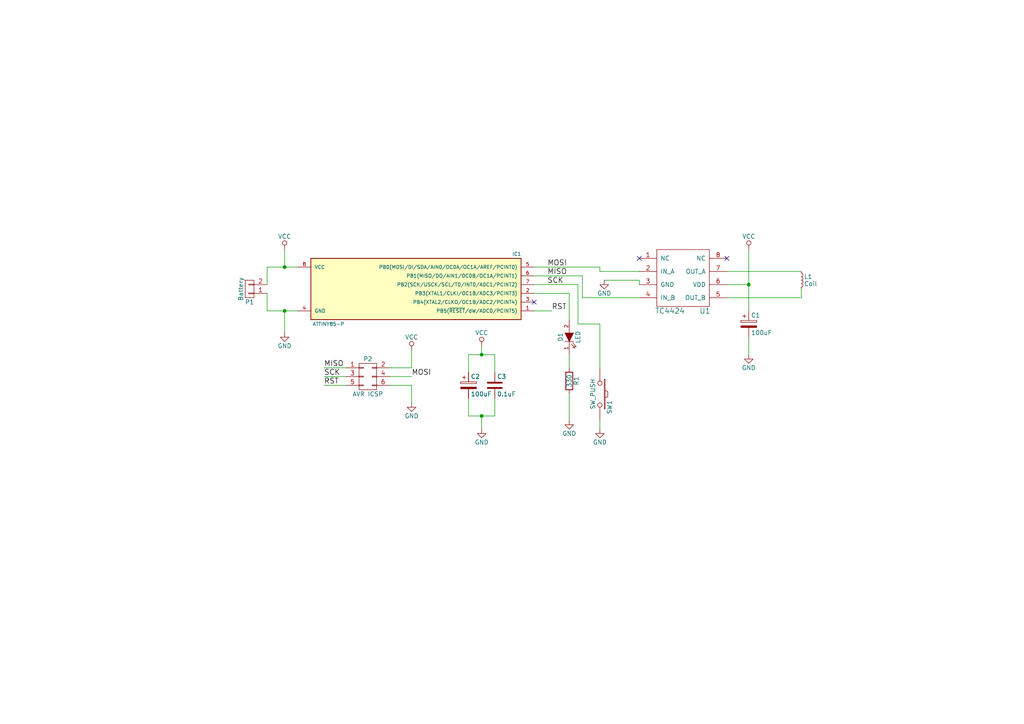
<source format=kicad_sch>
(kicad_sch (version 20230121) (generator eeschema)
  (paper "A4")
  (title_block (title "MagSpoof") (date "2016-07-09") (rev "1.1") (company "Electronic Cats") (comment 1 "Andrés Sabas"))
  (lib_symbols
    (symbol "MagSpoofTC-rescue:ATTINY85-P" (pin_names (offset 1.016))
      (property "Reference" "IC" (at -29.21 10.16 0))
      (property "Value" "ATTINY85-P" (at 25.4 -10.16 0))
      (property "Footprint" "DIP8" (at 25.4 0 0))
      (symbol "ATTINY85-P_0_1"
        (rectangle (start -30.48 8.89) (end 30.48 -8.89) (stroke (width 0.254)) (fill (type background)))
      )
      (symbol "ATTINY85-P_1_1"
        (pin bidirectional line (at -34.29 -6.35 0) (length 3.81) (name "PB5(~{RESET}/dW/ADC0/PCINT5)") (number "1"))
        (pin bidirectional line (at -34.29 -1.27 0) (length 3.81) (name "PB3(XTAL1/CLKI/OC1B/ADC3/PCINT3)") (number "2"))
        (pin bidirectional line (at -34.29 -3.81 0) (length 3.81) (name "PB4(XTAL2/CLKO/OC1B/ADC2/PCINT4)") (number "3"))
        (pin power_in line (at 34.29 -6.35 180) (length 3.81) (name "GND") (number "4"))
        (pin bidirectional line (at -34.29 6.35 0) (length 3.81) (name "PB0(MOSI/DI/SDA/AIN0/OC0A/OC1A/AREF/PCINT0)") (number "5"))
        (pin bidirectional line (at -34.29 3.81 0) (length 3.81) (name "PB1(MISO/DO/AIN1/OC0B/OC1A/PCINT1)") (number "6"))
        (pin bidirectional line (at -34.29 1.27 0) (length 3.81) (name "PB2(SCK/USCK/SCL/T0/INT0/ADC1/PCINT2)") (number "7"))
        (pin power_in line (at 34.29 6.35 180) (length 3.81) (name "VCC") (number "8"))
      )
    )
    (symbol "MagSpoofTC-rescue:C" (pin_numbers hide) (pin_names (offset 0.254))
      (property "Reference" "C" (at 0.635 2.54 0))
      (property "Value" "C" (at 0.635 -2.54 0))
      (symbol "C_0_1"
        (polyline (pts (xy -2.032 -0.762) (xy 2.032 -0.762)) (stroke (width 0.508)))
        (polyline (pts (xy -2.032 0.762) (xy 2.032 0.762)) (stroke (width 0.508)))
      )
      (symbol "C_1_1"
        (pin passive line (at 0 3.81 270) (length 2.794) (name "~") (number "1"))
        (pin passive line (at 0 -3.81 90) (length 2.794) (name "~") (number "2"))
      )
    )
    (symbol "MagSpoofTC-rescue:CONN_01X02" (pin_names (offset 1.016) hide)
      (property "Reference" "P" (at 0 3.81 0))
      (property "Value" "CONN_01X02" (at 2.54 0 90))
      (symbol "CONN_01X02_0_1"
        (rectangle (start -1.27 -1.143) (end 0.254 -1.397))
        (rectangle (start -1.27 1.397) (end 0.254 1.143))
        (rectangle (start -1.27 2.54) (end 1.27 -2.54))
      )
      (symbol "CONN_01X02_1_1"
        (pin passive line (at -5.08 1.27 0) (length 3.81) (name "P1") (number "1"))
        (pin passive line (at -5.08 -1.27 0) (length 3.81) (name "P2") (number "2"))
      )
    )
    (symbol "MagSpoofTC-rescue:CONN_02X03" (pin_names (offset 0.0254) hide)
      (property "Reference" "P" (at 0 5.08 0))
      (property "Value" "CONN_02X03" (at 0 -5.08 0))
      (symbol "CONN_02X03_0_1"
        (rectangle (start -2.54 -2.413) (end -1.27 -2.667))
        (rectangle (start -2.54 0.127) (end -1.27 -0.127))
        (rectangle (start -2.54 2.667) (end -1.27 2.413))
        (rectangle (start -2.54 3.81) (end 2.54 -3.81))
        (rectangle (start 1.27 -2.413) (end 2.54 -2.667))
        (rectangle (start 1.27 0.127) (end 2.54 -0.127))
        (rectangle (start 1.27 2.667) (end 2.54 2.413))
      )
      (symbol "CONN_02X03_1_1"
        (pin passive line (at -6.35 2.54 0) (length 3.81) (name "P1") (number "1"))
        (pin passive line (at 6.35 2.54 180) (length 3.81) (name "P2") (number "2"))
        (pin passive line (at -6.35 0 0) (length 3.81) (name "P3") (number "3"))
        (pin passive line (at 6.35 0 180) (length 3.81) (name "P4") (number "4"))
        (pin passive line (at -6.35 -2.54 0) (length 3.81) (name "P5") (number "5"))
        (pin passive line (at 6.35 -2.54 180) (length 3.81) (name "P6") (number "6"))
      )
    )
    (symbol "MagSpoofTC-rescue:CP" (pin_numbers hide) (pin_names (offset 0.254))
      (property "Reference" "C" (at 0.635 2.54 0))
      (property "Value" "CP" (at 0.635 -2.54 0))
      (symbol "CP_0_1"
        (rectangle (start -2.286 0.508) (end -2.286 1.016))
        (rectangle (start -2.286 0.508) (end 2.286 0.508))
        (polyline (pts (xy -1.778 2.286) (xy -0.762 2.286)))
        (polyline (pts (xy -1.27 2.794) (xy -1.27 1.778)))
        (rectangle (start 2.286 -0.508) (end -2.286 -1.016) (fill (type outline)))
        (rectangle (start 2.286 1.016) (end -2.286 1.016))
        (rectangle (start 2.286 1.016) (end 2.286 0.508))
      )
      (symbol "CP_1_1"
        (pin passive line (at 0 3.81 270) (length 2.794) (name "~") (number "1"))
        (pin passive line (at 0 -3.81 90) (length 2.794) (name "~") (number "2"))
      )
    )
    (symbol "MagSpoofTC-rescue:GND" (power) (pin_names (offset 0))
      (property "Value" "GND" (at 0 -3.81 0))
      (symbol "GND_0_1"
        (polyline (pts (xy 0 0) (xy 0 -1.27) (xy 1.27 -1.27) (xy 0 -2.54) (xy -1.27 -1.27) (xy 0 -1.27)))
      )
      (symbol "GND_1_1"
        (pin power_in line (at 0 0 270) (length 0) hide (name "GND") (number "1"))
      )
    )
    (symbol "MagSpoofTC-rescue:LED-RESCUE-MagSpoofTC" (pin_names (offset 1.016) hide)
      (property "Reference" "D" (at 0 2.54 0))
      (property "Value" "LED-RESCUE-MagSpoofTC" (at 0 -2.54 0))
      (symbol "LED-RESCUE-MagSpoofTC_0_1"
        (polyline (pts (xy -1.27 1.27) (xy -1.27 -1.27)))
        (polyline (pts (xy -2.032 -0.635) (xy -3.175 -1.651) (xy -3.048 -1.016)))
        (polyline (pts (xy -1.651 -1.016) (xy -2.794 -2.032) (xy -2.667 -1.397)))
        (polyline (pts (xy 1.27 1.27) (xy -1.27 0) (xy 1.27 -1.27)) (fill (type outline)))
      )
      (symbol "LED-RESCUE-MagSpoofTC_1_1"
        (pin passive line (at -5.08 0 0) (length 3.81) (name "K") (number "1"))
        (pin passive line (at 5.08 0 180) (length 3.81) (name "A") (number "2"))
      )
    )
    (symbol "MagSpoofTC-rescue:L_Small" (pin_numbers hide) (pin_names (offset 0.254) hide)
      (property "Reference" "L" (at 0.762 1.016 0))
      (property "Value" "L_Small" (at 0.762 -1.016 0))
      (symbol "L_Small_0_1"
        (arc (start 0 -2.032) (mid 0.5058 -1.524) (end 0 -1.016))
        (arc (start 0 -1.016) (mid 0.5058 -0.508) (end 0 0))
        (arc (start 0 0) (mid 0.5058 0.508) (end 0 1.016))
        (arc (start 0 1.016) (mid 0.5058 1.524) (end 0 2.032))
      )
      (symbol "L_Small_1_1"
        (pin passive line (at 0 2.54 270) (length 0.508) (name "~") (number "1"))
        (pin passive line (at 0 -2.54 90) (length 0.508) (name "~") (number "2"))
      )
    )
    (symbol "MagSpoofTC-rescue:R" (pin_numbers hide) (pin_names (offset 0))
      (property "Reference" "R" (at 2.032 0 90))
      (property "Value" "R" (at 0 0 90))
      (symbol "R_0_1"
        (rectangle (start -1.016 -2.54) (end 1.016 2.54) (stroke (width 0.254)))
      )
      (symbol "R_1_1"
        (pin passive line (at 0 3.81 270) (length 1.27) (name "~") (number "1"))
        (pin passive line (at 0 -3.81 90) (length 1.27) (name "~") (number "2"))
      )
    )
    (symbol "MagSpoofTC-rescue:SW_PUSH" (pin_numbers hide) (pin_names (offset 1.016) hide)
      (property "Reference" "SW" (at 3.81 2.794 0))
      (property "Value" "SW_PUSH" (at 0 -2.032 0))
      (symbol "SW_PUSH_0_1"
        (rectangle (start -4.318 1.27) (end 4.318 1.524))
        (polyline (pts (xy -1.016 1.524) (xy -0.762 2.286) (xy 0.762 2.286) (xy 1.016 1.524)))
        (pin passive inverted (at -7.62 0 0) (length 5.08) (name "1") (number "1"))
        (pin passive inverted (at 7.62 0 180) (length 5.08) (name "2") (number "2"))
      )
    )
    (symbol "MagSpoofTC-rescue:TC4424" (pin_names (offset 1.016))
      (property "Reference" "U" (at 6.35 -8.89 0))
      (property "Value" "TC4424" (at -3.81 -8.89 0))
      (symbol "TC4424_0_1"
        (rectangle (start -7.62 8.89) (end 7.62 -7.62))
      )
      (symbol "TC4424_1_1"
        (pin input line (at -12.7 6.35 0) (length 5.08) (name "NC") (number "1"))
        (pin input line (at -12.7 2.54 0) (length 5.08) (name "IN_A") (number "2"))
        (pin input line (at -12.7 -1.27 0) (length 5.08) (name "GND") (number "3"))
        (pin input line (at -12.7 -5.08 0) (length 5.08) (name "IN_B") (number "4"))
        (pin input line (at 12.7 -5.08 180) (length 5.08) (name "OUT_B") (number "5"))
        (pin input line (at 12.7 -1.27 180) (length 5.08) (name "VDD") (number "6"))
        (pin input line (at 12.7 2.54 180) (length 5.08) (name "OUT_A") (number "7"))
        (pin input line (at 12.7 6.35 180) (length 5.08) (name "NC") (number "8"))
      )
    )
    (symbol "MagSpoofTC-rescue:VCC" (power) (pin_names (offset 0))
      (property "Value" "VCC" (at 0 3.81 0))
      (symbol "VCC_0_1"
        (polyline (pts (xy 0 0) (xy 0 1.27)))
        (circle (center 0 1.905) (radius 0.635))
      )
      (symbol "VCC_1_1"
        (pin power_in line (at 0 0 90) (length 0) hide (name "VCC") (number "1"))
      )
    )
  )
  (junction (at 139.7 102.87))
  (junction (at 82.55 90.17))
  (junction (at 82.55 77.47))
  (junction (at 139.7 120.65))
  (junction (at 217.17 82.55))
  (no_connect (at 210.82 74.93))
  (no_connect (at 154.94 87.63))
  (no_connect (at 185.42 74.93))
  (wire (pts (xy 143.51 102.87) (xy 143.51 107.95)))
  (wire (pts (xy 232.41 86.36) (xy 232.41 83.82)))
  (wire (pts (xy 173.99 78.74) (xy 185.42 78.74)))
  (wire (pts (xy 119.38 106.68) (xy 119.38 101.6)))
  (wire (pts (xy 167.64 93.98) (xy 173.99 93.98)))
  (wire (pts (xy 168.91 86.36) (xy 185.42 86.36)))
  (wire (pts (xy 77.47 85.09) (xy 77.47 90.17)))
  (wire (pts (xy 82.55 90.17) (xy 86.36 90.17)))
  (wire (pts (xy 165.1 85.09) (xy 165.1 92.71)))
  (wire (pts (xy 77.47 77.47) (xy 82.55 77.47)))
  (wire (pts (xy 113.03 106.68) (xy 119.38 106.68)))
  (wire (pts (xy 217.17 72.39) (xy 217.17 82.55)))
  (wire (pts (xy 210.82 78.74) (xy 232.41 78.74)))
  (wire (pts (xy 77.47 90.17) (xy 82.55 90.17)))
  (wire (pts (xy 154.94 82.55) (xy 167.64 82.55)))
  (wire (pts (xy 113.03 111.76) (xy 119.38 111.76)))
  (wire (pts (xy 143.51 115.57) (xy 143.51 120.65)))
  (wire (pts (xy 100.33 111.76) (xy 93.98 111.76)))
  (wire (pts (xy 154.94 85.09) (xy 165.1 85.09)))
  (wire (pts (xy 173.99 77.47) (xy 173.99 78.74)))
  (wire (pts (xy 82.55 77.47) (xy 86.36 77.47)))
  (wire (pts (xy 154.94 77.47) (xy 173.99 77.47)))
  (wire (pts (xy 175.26 81.28) (xy 185.42 81.28)))
  (wire (pts (xy 154.94 90.17) (xy 160.02 90.17)))
  (wire (pts (xy 173.99 124.46) (xy 173.99 121.92)))
  (wire (pts (xy 139.7 102.87) (xy 139.7 100.33)))
  (wire (pts (xy 168.91 86.36) (xy 168.91 80.01)))
  (wire (pts (xy 100.33 106.68) (xy 93.98 106.68)))
  (wire (pts (xy 139.7 120.65) (xy 135.89 120.65)))
  (wire (pts (xy 113.03 109.22) (xy 119.38 109.22)))
  (wire (pts (xy 210.82 82.55) (xy 217.17 82.55)))
  (wire (pts (xy 135.89 120.65) (xy 135.89 115.57)))
  (wire (pts (xy 119.38 111.76) (xy 119.38 116.84)))
  (wire (pts (xy 168.91 80.01) (xy 154.94 80.01)))
  (wire (pts (xy 210.82 86.36) (xy 232.41 86.36)))
  (wire (pts (xy 100.33 109.22) (xy 93.98 109.22)))
  (wire (pts (xy 139.7 102.87) (xy 143.51 102.87)))
  (wire (pts (xy 185.42 81.28) (xy 185.42 82.55)))
  (wire (pts (xy 135.89 107.95) (xy 135.89 102.87)))
  (wire (pts (xy 173.99 93.98) (xy 173.99 106.68)))
  (wire (pts (xy 135.89 102.87) (xy 139.7 102.87)))
  (wire (pts (xy 217.17 97.79) (xy 217.17 102.87)))
  (wire (pts (xy 77.47 82.55) (xy 77.47 77.47)))
  (wire (pts (xy 82.55 90.17) (xy 82.55 96.52)))
  (wire (pts (xy 82.55 77.47) (xy 82.55 72.39)))
  (wire (pts (xy 167.64 82.55) (xy 167.64 93.98)))
  (wire (pts (xy 165.1 114.3) (xy 165.1 121.92)))
  (wire (pts (xy 165.1 106.68) (xy 165.1 102.87)))
  (wire (pts (xy 139.7 120.65) (xy 139.7 124.46)))
  (wire (pts (xy 143.51 120.65) (xy 139.7 120.65)))
  (wire (pts (xy 217.17 82.55) (xy 217.17 90.17)))
  (label "MOSI" (at 119.38 109.22 0) (effects (font (size 1.524 1.524))))
  (label "MISO" (at 158.75 80.01 0) (effects (font (size 1.524 1.524))))
  (label "SCK" (at 93.98 109.22 0) (effects (font (size 1.524 1.524))))
  (label "RST" (at 160.02 90.17 0) (effects (font (size 1.524 1.524))))
  (label "MISO" (at 93.98 106.68 0) (effects (font (size 1.524 1.524))))
  (label "SCK" (at 158.75 82.55 0) (effects (font (size 1.524 1.524))))
  (label "MOSI" (at 158.75 77.47 0) (effects (font (size 1.524 1.524))))
  (label "RST" (at 93.98 111.76 0) (effects (font (size 1.524 1.524))))
  (symbol (lib_id "MagSpoofTC-rescue:ATTINY85-P") (at 120.65 83.82 0) (mirror y) (unit 1)
    (property "Reference" "IC1" (at 149.86 73.66 0) (effects (font (size 1.016 1.016))))
    (property "Value" "ATTINY85-P" (at 95.25 93.98 0) (effects (font (size 1.016 1.016))))
    (property "Footprint" "Housings_DIP:DIP-8_W7.62mm_LongPads" (effects hide))
    (property "Datasheet" "http://www.farnell.com/datasheets/1744708.pdf" (effects hide))
    (property "Manufacturer" "ATMEL" (effects hide))
    (property "Temperatura" "+85/-40" (effects hide))
    (property "Alimentacion" "5v" (effects hide))
    (property "manf#" "ATtiny85-20PU" (effects hide))
  )
  (symbol (lib_id "MagSpoofTC-rescue:LED-RESCUE-MagSpoofTC") (at 165.1 97.79 90) (unit 1)
    (property "Reference" "D1" (at 162.56 97.79 0))
    (property "Value" "LED" (at 167.64 97.79 0))
    (property "Footprint" "LEDs:LED-3MM" (effects hide))
    (property "Manufacturer" "Maxim" (effects hide))
    (property "Temperatura" "+85/-40" (effects hide))
    (property "Alimentacion" "5v" (effects hide))
    (property "manf#" "WP710A10QBC/D" (effects hide))
  )
  (symbol (lib_id "MagSpoofTC-rescue:L_Small") (at 232.41 81.28 0) (unit 1)
    (property "Reference" "L1" (at 233.172 80.264 0) (effects (justify left)))
    (property "Value" "Coil" (at 233.172 82.296 0) (effects (justify left)))
    (property "Footprint" "Resistors_ThroughHole:Resistor_Horizontal_RM10mm" (effects hide))
  )
  (symbol (lib_id "MagSpoofTC-rescue:R") (at 165.1 110.49 0) (unit 1)
    (property "Reference" "R1" (at 167.132 110.49 90))
    (property "Value" "330" (at 165.1 110.49 90))
    (property "Footprint" "Resistors_ThroughHole:Resistor_Horizontal_RM7mm" (effects hide))
    (property "Temperatura" "+85/-40" (effects hide))
    (property "Alimentacion" "5v" (effects hide))
    (property "manf#" "ESR10EZPF3300" (effects hide))
  )
  (symbol (lib_id "MagSpoofTC-rescue:GND") (at 175.26 81.28 0) (unit 1)
    (property "Reference" "#PWR01" (effects hide))
    (property "Value" "GND" (at 175.26 85.09 0))
  )
  (symbol (lib_id "MagSpoofTC-rescue:CP") (at 217.17 93.98 0) (unit 1)
    (property "Reference" "C1" (at 217.805 91.44 0) (effects (justify left)))
    (property "Value" "100uF" (at 217.805 96.52 0) (effects (justify left)))
    (property "Footprint" "theinventorhouse:CP_4x5mm" (effects hide))
    (property "Datasheet" "http://www.farnell.com/datasheets/1923743.pdf" (effects hide))
    (property "Manufacturer" "Kemet" (effects hide))
    (property "Temperatura" "+85/-40" (effects hide))
    (property "Alimentacion" "6.3v" (effects hide))
    (property "manf#" "107KXM010M" (effects hide))
  )
  (symbol (lib_id "MagSpoofTC-rescue:GND") (at 217.17 102.87 0) (unit 1)
    (property "Reference" "#PWR02" (effects hide))
    (property "Value" "GND" (at 217.17 106.68 0))
  )
  (symbol (lib_id "MagSpoofTC-rescue:GND") (at 165.1 121.92 0) (unit 1)
    (property "Reference" "#PWR03" (effects hide))
    (property "Value" "GND" (at 165.1 125.73 0))
  )
  (symbol (lib_id "MagSpoofTC-rescue:GND") (at 173.99 124.46 0) (unit 1)
    (property "Reference" "#PWR04" (effects hide))
    (property "Value" "GND" (at 173.99 128.27 0))
  )
  (symbol (lib_id "MagSpoofTC-rescue:SW_PUSH") (at 173.99 114.3 270) (unit 1)
    (property "Reference" "SW1" (at 176.784 118.11 0))
    (property "Value" "SW_PUSH" (at 171.958 114.3 0))
    (property "Footprint" "open-project:SW_PUSH_SMD" (effects hide))
  )
  (symbol (lib_id "MagSpoofTC-rescue:VCC") (at 217.17 72.39 0) (unit 1)
    (property "Reference" "#PWR05" (effects hide))
    (property "Value" "VCC" (at 217.17 68.58 0))
  )
  (symbol (lib_id "MagSpoofTC-rescue:VCC") (at 82.55 72.39 0) (unit 1)
    (property "Reference" "#PWR06" (effects hide))
    (property "Value" "VCC" (at 82.55 68.58 0))
  )
  (symbol (lib_id "MagSpoofTC-rescue:GND") (at 82.55 96.52 0) (unit 1)
    (property "Reference" "#PWR07" (effects hide))
    (property "Value" "GND" (at 82.55 100.33 0))
  )
  (symbol (lib_id "MagSpoofTC-rescue:CONN_02X03") (at 106.68 109.22 0) (unit 1)
    (property "Reference" "P2" (at 106.68 104.14 0))
    (property "Value" "AVR ICSP" (at 106.68 114.3 0))
    (property "Footprint" "Pin_Headers:Pin_Header_Straight_2x03" (effects hide))
    (property "Manufacturer" "Maxim" (effects hide))
    (property "Temperatura" "+85/-40" (effects hide))
    (property "Alimentacion" "5v" (effects hide))
  )
  (symbol (lib_id "MagSpoofTC-rescue:GND") (at 119.38 116.84 0) (unit 1)
    (property "Reference" "#PWR08" (effects hide))
    (property "Value" "GND" (at 119.38 120.65 0))
  )
  (symbol (lib_id "MagSpoofTC-rescue:VCC") (at 119.38 101.6 0) (unit 1)
    (property "Reference" "#PWR09" (effects hide))
    (property "Value" "VCC" (at 119.38 97.79 0))
  )
  (symbol (lib_id "MagSpoofTC-rescue:CONN_01X02") (at 72.39 83.82 180) (unit 1)
    (property "Reference" "P1" (at 72.39 87.63 0))
    (property "Value" "Battery" (at 69.85 83.82 90))
    (property "Footprint" "Pin_Headers:Pin_Header_Straight_1x02" (effects hide))
  )
  (symbol (lib_id "MagSpoofTC-rescue:C") (at 143.51 111.76 0) (unit 1)
    (property "Reference" "C3" (at 144.145 109.22 0) (effects (justify left)))
    (property "Value" "0.1uF" (at 144.145 114.3 0) (effects (justify left)))
    (property "Footprint" "Capacitors_ThroughHole:C_Disc_D3_P2.5" (effects hide))
    (property "Datasheet" "http://www.farnell.com/datasheets/2009679.pdf" (effects hide))
    (property "Manufacturer" "WALSIN" (effects hide))
    (property "Temperatura" "+85/-40" (effects hide))
    (property "Alimentacion" "50v" (effects hide))
    (property "manf#" "21RZ310-RC" (effects hide))
  )
  (symbol (lib_id "MagSpoofTC-rescue:VCC") (at 139.7 100.33 0) (unit 1)
    (property "Reference" "#PWR010" (effects hide))
    (property "Value" "VCC" (at 139.7 96.52 0))
  )
  (symbol (lib_id "MagSpoofTC-rescue:GND") (at 139.7 124.46 0) (unit 1)
    (property "Reference" "#PWR011" (effects hide))
    (property "Value" "GND" (at 139.7 128.27 0))
  )
  (symbol (lib_id "MagSpoofTC-rescue:TC4424") (at 198.12 81.28 0) (unit 1)
    (property "Reference" "U1" (at 204.47 90.17 0) (effects (font (size 1.524 1.524))))
    (property "Value" "TC4424" (at 194.31 90.17 0) (effects (font (size 1.524 1.524))))
    (property "Footprint" "Housings_DIP:DIP-8_W7.62mm_LongPads" (effects hide))
    (property "Datasheet" "http://www.farnell.com/datasheets/95980.pdf" (effects hide))
    (property "Manufacturer" "Microchip" (effects hide))
    (property "Temperatura" "+85/-40" (effects hide))
    (property "Alimentacion" "2.7-5v" (effects hide))
    (property "manf#" "TC4424CPA" (effects hide))
  )
  (symbol (lib_id "MagSpoofTC-rescue:CP") (at 135.89 111.76 0) (unit 1)
    (property "Reference" "C2" (at 136.525 109.22 0) (effects (justify left)))
    (property "Value" "100uF" (at 136.525 114.3 0) (effects (justify left)))
    (property "Footprint" "theinventorhouse:CP_4x5mm" (effects hide))
    (property "Datasheet" "http://www.farnell.com/datasheets/1923743.pdf" (effects hide))
    (property "Manufacturer" "Kemet" (effects hide))
    (property "Temperatura" "+85/-40" (effects hide))
    (property "Alimentacion" "6.3v" (effects hide))
    (property "manf#" "107KXM010M" (effects hide))
  )
)
</source>
